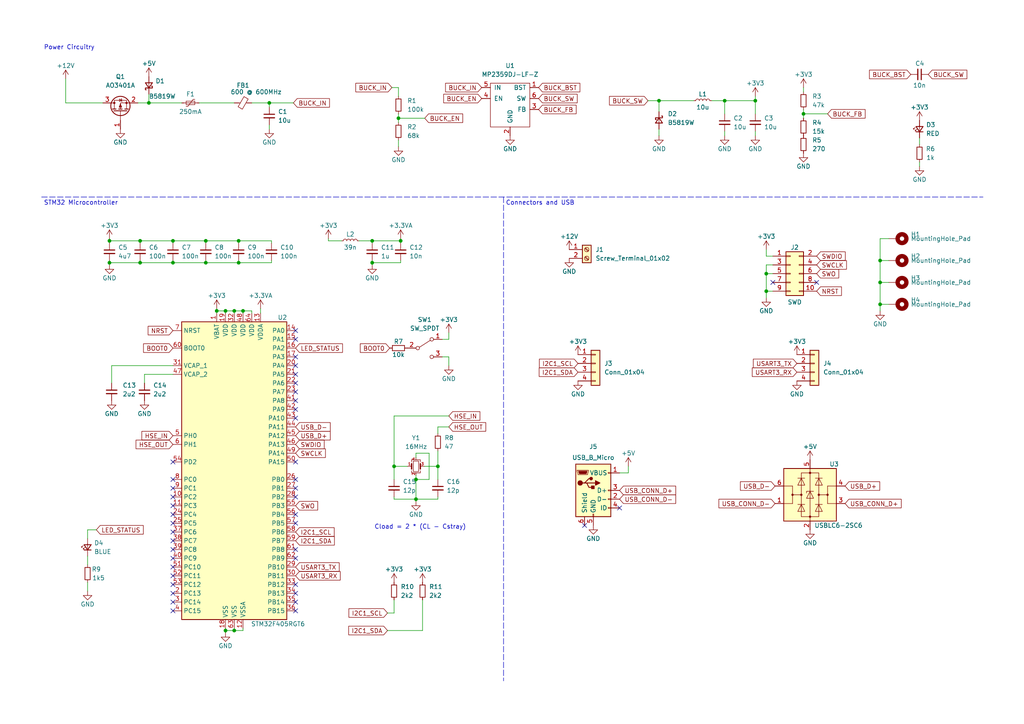
<source format=kicad_sch>
(kicad_sch (version 20211123) (generator eeschema)
  (paper "A4")
  (title_block (title "STM32F4 Test Board") (date "2020-09-25") (rev "2.0") (company "Phil's Lab"))
  (lib_symbols
    (symbol "Connector:Screw_Terminal_01x02" (pin_names (offset 1.016) hide)
      (property "Reference" "J" (at 0 2.54 0))
      (property "Value" "Screw_Terminal_01x02" (at 0 -5.08 0))
      (symbol "Screw_Terminal_01x02_1_1"
        (pin passive line (at -5.08 0 0) (length 3.81) (name "Pin_1") (number "1"))
        (pin passive line (at -5.08 -2.54 0) (length 3.81) (name "Pin_2") (number "2"))
      )
    )
    (symbol "Connector_Generic:Conn_01x04" (pin_names (offset 1.016) hide)
      (property "Reference" "J" (at 0 5.08 0))
      (property "Value" "Conn_01x04" (at 0 -7.62 0))
      (symbol "Conn_01x04_1_1"
        (pin passive line (at -5.08 2.54 0) (length 3.81) (name "Pin_1") (number "1"))
        (pin passive line (at -5.08 0 0) (length 3.81) (name "Pin_2") (number "2"))
        (pin passive line (at -5.08 -2.54 0) (length 3.81) (name "Pin_3") (number "3"))
        (pin passive line (at -5.08 -5.08 0) (length 3.81) (name "Pin_4") (number "4"))
      )
    )
    (symbol "Connector_Generic:Conn_02x05_Odd_Even" (pin_names (offset 1.016) hide)
      (property "Reference" "J" (at 1.27 7.62 0))
      (property "Value" "Conn_02x05_Odd_Even" (at 1.27 -7.62 0))
      (symbol "Conn_02x05_Odd_Even_1_1"
        (pin passive line (at -5.08 5.08 0) (length 3.81) (name "Pin_1") (number "1"))
        (pin passive line (at 7.62 -5.08 180) (length 3.81) (name "Pin_10") (number "10"))
        (pin passive line (at 7.62 5.08 180) (length 3.81) (name "Pin_2") (number "2"))
        (pin passive line (at -5.08 2.54 0) (length 3.81) (name "Pin_3") (number "3"))
        (pin passive line (at 7.62 2.54 180) (length 3.81) (name "Pin_4") (number "4"))
        (pin passive line (at -5.08 0 0) (length 3.81) (name "Pin_5") (number "5"))
        (pin passive line (at 7.62 0 180) (length 3.81) (name "Pin_6") (number "6"))
        (pin passive line (at -5.08 -2.54 0) (length 3.81) (name "Pin_7") (number "7"))
        (pin passive line (at 7.62 -2.54 180) (length 3.81) (name "Pin_8") (number "8"))
        (pin passive line (at -5.08 -5.08 0) (length 3.81) (name "Pin_9") (number "9"))
      )
    )
    (symbol "Device:C_Small" (pin_numbers hide) (pin_names (offset 0.254) hide)
      (property "Reference" "C" (at 0.254 1.778 0))
      (property "Value" "C_Small" (at 0.254 -2.032 0))
      (symbol "C_Small_1_1"
        (pin passive line (at 0 2.54 270) (length 2.032) (name "~") (number "1"))
        (pin passive line (at 0 -2.54 90) (length 2.032) (name "~") (number "2"))
      )
    )
    (symbol "Device:Crystal_GND24_Small" (pin_names (offset 1.016) hide)
      (property "Reference" "Y" (at 1.27 4.445 0))
      (property "Value" "Crystal_GND24_Small" (at 1.27 2.54 0))
      (symbol "Crystal_GND24_Small_1_1"
        (pin passive line (at -2.54 0 0) (length 1.27) (name "1") (number "1"))
        (pin passive line (at 0 -2.54 90) (length 0.635) (name "2") (number "2"))
        (pin passive line (at 2.54 0 180) (length 1.27) (name "3") (number "3"))
        (pin passive line (at 0 2.54 270) (length 0.635) (name "4") (number "4"))
      )
    )
    (symbol "Device:D_Schottky_Small" (pin_numbers hide) (pin_names (offset 0.254) hide)
      (property "Reference" "D" (at -1.27 2.032 0))
      (property "Value" "D_Schottky_Small" (at -7.112 -2.032 0))
      (symbol "D_Schottky_Small_1_1"
        (pin passive line (at -2.54 0 0) (length 1.778) (name "K") (number "1"))
        (pin passive line (at 2.54 0 180) (length 1.778) (name "A") (number "2"))
      )
    )
    (symbol "Device:LED_Small" (pin_numbers hide) (pin_names (offset 0.254) hide)
      (property "Reference" "D" (at -1.27 3.175 0))
      (property "Value" "LED_Small" (at -4.445 -2.54 0))
      (symbol "LED_Small_1_1"
        (pin passive line (at -2.54 0 0) (length 1.778) (name "K") (number "1"))
        (pin passive line (at 2.54 0 180) (length 1.778) (name "A") (number "2"))
      )
    )
    (symbol "Device:L_Small" (pin_numbers hide) (pin_names (offset 0.254) hide)
      (property "Reference" "L" (at 0.762 1.016 0))
      (property "Value" "L_Small" (at 0.762 -1.016 0))
      (symbol "L_Small_1_1"
        (pin passive line (at 0 2.54 270) (length 0.508) (name "~") (number "1"))
        (pin passive line (at 0 -2.54 90) (length 0.508) (name "~") (number "2"))
      )
    )
    (symbol "Device:Polyfuse_Small" (pin_numbers hide) (pin_names (offset 0))
      (property "Reference" "F" (at -1.905 0 90))
      (property "Value" "Polyfuse_Small" (at 1.905 0 90))
      (symbol "Polyfuse_Small_1_1"
        (pin passive line (at 0 2.54 270) (length 0.635) (name "~") (number "1"))
        (pin passive line (at 0 -2.54 90) (length 0.635) (name "~") (number "2"))
      )
    )
    (symbol "Device:R_Small" (pin_numbers hide) (pin_names (offset 0.254) hide)
      (property "Reference" "R" (at 0.762 0.508 0))
      (property "Value" "R_Small" (at 0.762 -1.016 0))
      (symbol "R_Small_1_1"
        (pin passive line (at 0 2.54 270) (length 0.762) (name "~") (number "1"))
        (pin passive line (at 0 -2.54 90) (length 0.762) (name "~") (number "2"))
      )
    )
    (symbol "MCU_ST_STM32F4:STM32F405RGTx"
      (property "Reference" "U" (at -15.24 44.45 0))
      (property "Value" "STM32F405RGTx" (at 10.16 44.45 0))
      (symbol "STM32F405RGTx_1_1"
        (pin power_in line (at -5.08 45.72 270) (length 2.54) (name "VBAT") (number "1"))
        (pin bidirectional line (at -17.78 -7.62 0) (length 2.54) (name "PC2") (number "10"))
        (pin bidirectional line (at -17.78 -10.16 0) (length 2.54) (name "PC3") (number "11"))
        (pin power_in line (at 2.54 -45.72 90) (length 2.54) (name "VSSA") (number "12"))
        (pin power_in line (at 7.62 45.72 270) (length 2.54) (name "VDDA") (number "13"))
        (pin bidirectional line (at 17.78 40.64 180) (length 2.54) (name "PA0") (number "14"))
        (pin bidirectional line (at 17.78 38.1 180) (length 2.54) (name "PA1") (number "15"))
        (pin bidirectional line (at 17.78 35.56 180) (length 2.54) (name "PA2") (number "16"))
        (pin bidirectional line (at 17.78 33.02 180) (length 2.54) (name "PA3") (number "17"))
        (pin power_in line (at -2.54 -45.72 90) (length 2.54) (name "VSS") (number "18"))
        (pin power_in line (at -2.54 45.72 270) (length 2.54) (name "VDD") (number "19"))
        (pin bidirectional line (at -17.78 -35.56 0) (length 2.54) (name "PC13") (number "2"))
        (pin bidirectional line (at 17.78 30.48 180) (length 2.54) (name "PA4") (number "20"))
        (pin bidirectional line (at 17.78 27.94 180) (length 2.54) (name "PA5") (number "21"))
        (pin bidirectional line (at 17.78 25.4 180) (length 2.54) (name "PA6") (number "22"))
        (pin bidirectional line (at 17.78 22.86 180) (length 2.54) (name "PA7") (number "23"))
        (pin bidirectional line (at -17.78 -12.7 0) (length 2.54) (name "PC4") (number "24"))
        (pin bidirectional line (at -17.78 -15.24 0) (length 2.54) (name "PC5") (number "25"))
        (pin bidirectional line (at 17.78 -2.54 180) (length 2.54) (name "PB0") (number "26"))
        (pin bidirectional line (at 17.78 -5.08 180) (length 2.54) (name "PB1") (number "27"))
        (pin bidirectional line (at 17.78 -7.62 180) (length 2.54) (name "PB2") (number "28"))
        (pin bidirectional line (at 17.78 -27.94 180) (length 2.54) (name "PB10") (number "29"))
        (pin bidirectional line (at -17.78 -38.1 0) (length 2.54) (name "PC14") (number "3"))
        (pin bidirectional line (at 17.78 -30.48 180) (length 2.54) (name "PB11") (number "30"))
        (pin power_in line (at -17.78 30.48 0) (length 2.54) (name "VCAP_1") (number "31"))
        (pin power_in line (at 0 45.72 270) (length 2.54) (name "VDD") (number "32"))
        (pin bidirectional line (at 17.78 -33.02 180) (length 2.54) (name "PB12") (number "33"))
        (pin bidirectional line (at 17.78 -35.56 180) (length 2.54) (name "PB13") (number "34"))
        (pin bidirectional line (at 17.78 -38.1 180) (length 2.54) (name "PB14") (number "35"))
        (pin bidirectional line (at 17.78 -40.64 180) (length 2.54) (name "PB15") (number "36"))
        (pin bidirectional line (at -17.78 -17.78 0) (length 2.54) (name "PC6") (number "37"))
        (pin bidirectional line (at -17.78 -20.32 0) (length 2.54) (name "PC7") (number "38"))
        (pin bidirectional line (at -17.78 -22.86 0) (length 2.54) (name "PC8") (number "39"))
        (pin bidirectional line (at -17.78 -40.64 0) (length 2.54) (name "PC15") (number "4"))
        (pin bidirectional line (at -17.78 -25.4 0) (length 2.54) (name "PC9") (number "40"))
        (pin bidirectional line (at 17.78 20.32 180) (length 2.54) (name "PA8") (number "41"))
        (pin bidirectional line (at 17.78 17.78 180) (length 2.54) (name "PA9") (number "42"))
        (pin bidirectional line (at 17.78 15.24 180) (length 2.54) (name "PA10") (number "43"))
        (pin bidirectional line (at 17.78 12.7 180) (length 2.54) (name "PA11") (number "44"))
        (pin bidirectional line (at 17.78 10.16 180) (length 2.54) (name "PA12") (number "45"))
        (pin bidirectional line (at 17.78 7.62 180) (length 2.54) (name "PA13") (number "46"))
        (pin power_in line (at -17.78 27.94 0) (length 2.54) (name "VCAP_2") (number "47"))
        (pin power_in line (at 2.54 45.72 270) (length 2.54) (name "VDD") (number "48"))
        (pin bidirectional line (at 17.78 5.08 180) (length 2.54) (name "PA14") (number "49"))
        (pin input line (at -17.78 10.16 0) (length 2.54) (name "PH0") (number "5"))
        (pin bidirectional line (at 17.78 2.54 180) (length 2.54) (name "PA15") (number "50"))
        (pin bidirectional line (at -17.78 -27.94 0) (length 2.54) (name "PC10") (number "51"))
        (pin bidirectional line (at -17.78 -30.48 0) (length 2.54) (name "PC11") (number "52"))
        (pin bidirectional line (at -17.78 -33.02 0) (length 2.54) (name "PC12") (number "53"))
        (pin bidirectional line (at -17.78 2.54 0) (length 2.54) (name "PD2") (number "54"))
        (pin bidirectional line (at 17.78 -10.16 180) (length 2.54) (name "PB3") (number "55"))
        (pin bidirectional line (at 17.78 -12.7 180) (length 2.54) (name "PB4") (number "56"))
        (pin bidirectional line (at 17.78 -15.24 180) (length 2.54) (name "PB5") (number "57"))
        (pin bidirectional line (at 17.78 -17.78 180) (length 2.54) (name "PB6") (number "58"))
        (pin bidirectional line (at 17.78 -20.32 180) (length 2.54) (name "PB7") (number "59"))
        (pin input line (at -17.78 7.62 0) (length 2.54) (name "PH1") (number "6"))
        (pin input line (at -17.78 35.56 0) (length 2.54) (name "BOOT0") (number "60"))
        (pin bidirectional line (at 17.78 -22.86 180) (length 2.54) (name "PB8") (number "61"))
        (pin bidirectional line (at 17.78 -25.4 180) (length 2.54) (name "PB9") (number "62"))
        (pin power_in line (at 0 -45.72 90) (length 2.54) (name "VSS") (number "63"))
        (pin power_in line (at 5.08 45.72 270) (length 2.54) (name "VDD") (number "64"))
        (pin input line (at -17.78 40.64 0) (length 2.54) (name "NRST") (number "7"))
        (pin bidirectional line (at -17.78 -2.54 0) (length 2.54) (name "PC0") (number "8"))
        (pin bidirectional line (at -17.78 -5.08 0) (length 2.54) (name "PC1") (number "9"))
      )
    )
    (symbol "Mechanical:MountingHole_Pad" (pin_numbers hide) (pin_names (offset 1.016) hide)
      (property "Reference" "H" (at 0 6.35 0))
      (property "Value" "MountingHole_Pad" (at 0 4.445 0))
      (symbol "MountingHole_Pad_1_1"
        (pin input line (at 0 -2.54 90) (length 2.54) (name "1") (number "1"))
      )
    )
    (symbol "STM32F4_REV2-rescue:+3.3V-power" (power) (pin_names (offset 0))
      (property "Value" "+3.3V-power" (at 0 3.556 0))
      (symbol "+3.3V-power_1_1"
        (pin power_in line (at 0 0 90) (length 0) hide (name "+3V3") (number "1"))
      )
    )
    (symbol "STM32F4_REV2-rescue:Ferrite_Bead_Small-Device" (pin_numbers hide) (pin_names (offset 0))
      (property "Reference" "FB" (at 1.905 1.27 0))
      (property "Value" "Ferrite_Bead_Small-Device" (at 1.905 -1.27 0))
      (symbol "Ferrite_Bead_Small-Device_1_1"
        (pin passive line (at 0 2.54 270) (length 1.27) (name "~") (number "1"))
        (pin passive line (at 0 -2.54 90) (length 1.27) (name "~") (number "2"))
      )
    )
    (symbol "STM32F4_REV2-rescue:MP2359DJ-LF-Z-SchmillipKiCADLibrary" (pin_names (offset 1.016))
      (property "Reference" "U" (at 0 9.525 0))
      (property "Value" "MP2359DJ-LF-Z-SchmillipKiCADLibrary" (at 10.16 -6.35 0))
      (symbol "MP2359DJ-LF-Z-SchmillipKiCADLibrary_1_1"
        (pin input line (at 8.255 6.35 180) (length 2.54) (name "BST") (number "1"))
        (pin power_in line (at 0 -7.62 90) (length 2.54) (name "GND") (number "2"))
        (pin input line (at 8.255 0 180) (length 2.54) (name "FB") (number "3"))
        (pin input line (at -8.255 3.175 0) (length 2.54) (name "EN") (number "4"))
        (pin power_in line (at -8.255 6.35 0) (length 2.54) (name "IN") (number "5"))
        (pin power_out line (at 8.255 3.175 180) (length 2.54) (name "SW") (number "6"))
      )
    )
    (symbol "STM32F4_REV2-rescue:USBLC6-2SC6-Power_Protection" (pin_names hide)
      (property "Reference" "U" (at 2.54 8.89 0))
      (property "Value" "USBLC6-2SC6-Power_Protection" (at 2.54 -8.89 0))
      (symbol "USBLC6-2SC6-Power_Protection_1_1"
        (pin passive line (at -10.16 -2.54 0) (length 2.54) (name "I/O1") (number "1"))
        (pin passive line (at 0 -10.16 90) (length 2.54) (name "GND") (number "2"))
        (pin passive line (at 10.16 -2.54 180) (length 2.54) (name "I/O2") (number "3"))
        (pin passive line (at 10.16 2.54 180) (length 2.54) (name "I/O2") (number "4"))
        (pin passive line (at 0 10.16 270) (length 2.54) (name "VBUS") (number "5"))
        (pin passive line (at -10.16 2.54 0) (length 2.54) (name "I/O1") (number "6"))
      )
    )
    (symbol "STM32F4_REV2-rescue:USB_B_Micro-Connector" (pin_names (offset 1.016))
      (property "Reference" "J" (at -5.08 11.43 0))
      (property "Value" "USB_B_Micro-Connector" (at -5.08 8.89 0))
      (symbol "USB_B_Micro-Connector_1_1"
        (pin power_out line (at 7.62 5.08 180) (length 2.54) (name "VBUS") (number "1"))
        (pin passive line (at 7.62 -2.54 180) (length 2.54) (name "D-") (number "2"))
        (pin passive line (at 7.62 0 180) (length 2.54) (name "D+") (number "3"))
        (pin passive line (at 7.62 -5.08 180) (length 2.54) (name "ID") (number "4"))
        (pin power_out line (at 0 -10.16 90) (length 2.54) (name "GND") (number "5"))
        (pin passive line (at -2.54 -10.16 90) (length 2.54) (name "Shield") (number "6"))
      )
    )
    (symbol "Switch:SW_SPDT" (pin_names (offset 0) hide)
      (property "Reference" "SW" (at 0 4.318 0))
      (property "Value" "SW_SPDT" (at 0 -5.08 0))
      (symbol "SW_SPDT_1_1"
        (pin passive line (at 5.08 2.54 180) (length 2.54) (name "A") (number "1"))
        (pin passive line (at -5.08 0 0) (length 2.54) (name "B") (number "2"))
        (pin passive line (at 5.08 -2.54 180) (length 2.54) (name "C") (number "3"))
      )
    )
    (symbol "Transistor_FET:AO3401A" (pin_names hide)
      (property "Reference" "Q" (at 5.08 1.905 0))
      (property "Value" "AO3401A" (at 5.08 0 0))
      (symbol "AO3401A_1_1"
        (pin input line (at -5.08 0 0) (length 2.54) (name "G") (number "1"))
        (pin passive line (at 2.54 -5.08 90) (length 2.54) (name "S") (number "2"))
        (pin passive line (at 2.54 5.08 270) (length 2.54) (name "D") (number "3"))
      )
    )
    (symbol "power:+12V" (power) (pin_names (offset 0))
      (property "Value" "+12V" (at 0 3.556 0))
      (symbol "+12V_1_1"
        (pin power_in line (at 0 0 90) (length 0) hide (name "+12V") (number "1"))
      )
    )
    (symbol "power:+3.3VA" (power) (pin_names (offset 0))
      (property "Value" "+3.3VA" (at 0 3.556 0))
      (symbol "+3.3VA_1_1"
        (pin power_in line (at 0 0 90) (length 0) hide (name "+3.3VA") (number "1"))
      )
    )
    (symbol "power:+5V" (power) (pin_names (offset 0))
      (property "Value" "+5V" (at 0 3.556 0))
      (symbol "+5V_1_1"
        (pin power_in line (at 0 0 90) (length 0) hide (name "+5V") (number "1"))
      )
    )
    (symbol "power:GND" (power) (pin_names (offset 0))
      (property "Value" "GND" (at 0 -3.81 0))
      (symbol "GND_1_1"
        (pin power_in line (at 0 0 270) (length 0) hide (name "GND") (number "1"))
      )
    )
  )
  (junction (at 69.215 76.2))
  (junction (at 222.25 84.455))
  (junction (at 78.105 29.845))
  (junction (at 50.165 69.85))
  (junction (at 65.405 90.17))
  (junction (at 114.3 135.255))
  (junction (at 107.95 69.85))
  (junction (at 210.185 29.21))
  (junction (at 127 135.255))
  (junction (at 67.945 182.88))
  (junction (at 116.205 69.85))
  (junction (at 120.65 139.065))
  (junction (at 191.135 29.21))
  (junction (at 59.69 76.2))
  (junction (at 59.69 69.85))
  (junction (at 65.405 182.88))
  (junction (at 255.27 75.565))
  (junction (at 50.165 76.2))
  (junction (at 70.485 90.17))
  (junction (at 222.25 79.375))
  (junction (at 255.27 88.265))
  (junction (at 31.75 69.85))
  (junction (at 69.215 69.85))
  (junction (at 120.65 144.78))
  (junction (at 67.945 90.17))
  (junction (at 43.18 29.845))
  (junction (at 107.95 76.2))
  (junction (at 40.64 76.2))
  (junction (at 115.57 34.29))
  (junction (at 40.64 69.85))
  (junction (at 233.045 33.02))
  (junction (at 255.27 81.915))
  (junction (at 31.75 76.2))
  (junction (at 62.865 90.17))
  (junction (at 219.075 29.21))
  (no_connect (at 85.725 118.745))
  (no_connect (at 50.165 172.085))
  (no_connect (at 50.165 164.465))
  (no_connect (at 85.725 121.285))
  (no_connect (at 50.165 146.685))
  (no_connect (at 85.725 106.045))
  (no_connect (at 85.725 159.385))
  (no_connect (at 85.725 151.765))
  (no_connect (at 50.165 141.605))
  (no_connect (at 179.705 147.32))
  (no_connect (at 85.725 141.605))
  (no_connect (at 50.165 174.625))
  (no_connect (at 50.165 149.225))
  (no_connect (at 50.165 144.145))
  (no_connect (at 50.165 133.985))
  (no_connect (at 50.165 161.925))
  (no_connect (at 236.855 81.915))
  (no_connect (at 85.725 108.585))
  (no_connect (at 85.725 169.545))
  (no_connect (at 85.725 111.125))
  (no_connect (at 85.725 174.625))
  (no_connect (at 50.165 139.065))
  (no_connect (at 85.725 113.665))
  (no_connect (at 85.725 161.925))
  (no_connect (at 50.165 154.305))
  (no_connect (at 50.165 167.005))
  (no_connect (at 85.725 103.505))
  (no_connect (at 50.165 169.545))
  (no_connect (at 85.725 98.425))
  (no_connect (at 50.165 156.845))
  (no_connect (at 50.165 159.385))
  (no_connect (at 85.725 144.145))
  (no_connect (at 50.165 151.765))
  (no_connect (at 85.725 177.165))
  (no_connect (at 85.725 95.885))
  (no_connect (at 85.725 133.985))
  (no_connect (at 85.725 172.085))
  (no_connect (at 85.725 116.205))
  (no_connect (at 169.545 152.4))
  (no_connect (at 85.725 139.065))
  (no_connect (at 85.725 149.225))
  (no_connect (at 224.155 81.915))
  (no_connect (at 50.165 177.165))
  (wire (pts (xy 50.165 75.565) (xy 50.165 76.2)))
  (wire (pts (xy 222.25 74.295) (xy 224.155 74.295)))
  (wire (pts (xy 182.245 137.16) (xy 182.245 135.255)))
  (wire (pts (xy 32.385 111.125) (xy 32.385 106.045)))
  (wire (pts (xy 222.25 72.39) (xy 222.25 74.295)))
  (wire (pts (xy 65.405 90.805) (xy 65.405 90.17)))
  (wire (pts (xy 114.3 135.255) (xy 118.11 135.255)))
  (wire (pts (xy 67.945 182.88) (xy 70.485 182.88)))
  (wire (pts (xy 224.155 76.835) (xy 222.25 76.835)))
  (wire (pts (xy 127 130.81) (xy 127 135.255)))
  (wire (pts (xy 116.205 69.215) (xy 116.205 69.85)))
  (wire (pts (xy 78.74 69.85) (xy 78.74 70.485)))
  (wire (pts (xy 43.18 27.305) (xy 43.18 29.845)))
  (wire (pts (xy 114.3 120.65) (xy 130.175 120.65)))
  (wire (pts (xy 127 139.065) (xy 127 135.255)))
  (wire (pts (xy 65.405 182.88) (xy 67.945 182.88)))
  (wire (pts (xy 59.69 69.85) (xy 69.215 69.85)))
  (wire (pts (xy 73.025 90.17) (xy 73.025 90.805)))
  (wire (pts (xy 255.27 69.215) (xy 257.81 69.215)))
  (wire (pts (xy 127 144.78) (xy 127 144.145)))
  (wire (pts (xy 124.46 131.445) (xy 124.46 139.065)))
  (wire (pts (xy 191.135 29.21) (xy 187.96 29.21)))
  (wire (pts (xy 219.075 29.21) (xy 210.185 29.21)))
  (wire (pts (xy 210.185 29.21) (xy 206.375 29.21)))
  (wire (pts (xy 31.75 76.2) (xy 31.75 75.565)))
  (wire (pts (xy 69.215 69.85) (xy 78.74 69.85)))
  (wire (pts (xy 114.3 120.65) (xy 114.3 135.255)))
  (wire (pts (xy 69.215 75.565) (xy 69.215 76.2)))
  (wire (pts (xy 120.65 144.78) (xy 127 144.78)))
  (wire (pts (xy 75.565 89.535) (xy 75.565 90.805)))
  (wire (pts (xy 62.865 90.17) (xy 65.405 90.17)))
  (wire (pts (xy 70.485 182.88) (xy 70.485 182.245)))
  (wire (pts (xy 70.485 90.805) (xy 70.485 90.17)))
  (wire (pts (xy 114.3 177.8) (xy 114.3 173.99)))
  (wire (pts (xy 128.27 98.425) (xy 130.175 98.425)))
  (wire (pts (xy 123.19 34.29) (xy 115.57 34.29)))
  (polyline (pts (xy 12.065 57.15) (xy 285.115 57.15)))
  (wire (pts (xy 107.95 69.85) (xy 104.14 69.85)))
  (wire (pts (xy 70.485 90.17) (xy 73.025 90.17)))
  (wire (pts (xy 255.27 81.915) (xy 255.27 75.565)))
  (wire (pts (xy 210.185 33.02) (xy 210.185 29.21)))
  (wire (pts (xy 130.175 106.045) (xy 130.175 103.505)))
  (wire (pts (xy 59.69 75.565) (xy 59.69 76.2)))
  (wire (pts (xy 40.005 29.845) (xy 43.18 29.845)))
  (wire (pts (xy 25.4 153.67) (xy 25.4 156.21)))
  (wire (pts (xy 95.25 69.215) (xy 95.25 69.85)))
  (wire (pts (xy 179.705 137.16) (xy 182.245 137.16)))
  (wire (pts (xy 50.165 69.85) (xy 59.69 69.85)))
  (wire (pts (xy 67.945 90.805) (xy 67.945 90.17)))
  (wire (pts (xy 233.045 33.02) (xy 233.045 34.29)))
  (wire (pts (xy 233.045 26.67) (xy 233.045 25.4)))
  (wire (pts (xy 78.105 29.845) (xy 73.025 29.845)))
  (wire (pts (xy 65.405 183.515) (xy 65.405 182.88)))
  (wire (pts (xy 29.845 29.845) (xy 19.05 29.845)))
  (wire (pts (xy 27.94 153.67) (xy 25.4 153.67)))
  (wire (pts (xy 224.155 84.455) (xy 222.25 84.455)))
  (wire (pts (xy 62.865 89.535) (xy 62.865 90.17)))
  (wire (pts (xy 41.91 108.585) (xy 50.165 108.585)))
  (wire (pts (xy 107.95 76.835) (xy 107.95 76.2)))
  (wire (pts (xy 210.185 39.37) (xy 210.185 38.1)))
  (wire (pts (xy 31.75 69.215) (xy 31.75 69.85)))
  (wire (pts (xy 120.65 137.795) (xy 120.65 139.065)))
  (wire (pts (xy 67.945 90.17) (xy 70.485 90.17)))
  (wire (pts (xy 78.74 76.2) (xy 78.74 75.565)))
  (wire (pts (xy 115.57 35.56) (xy 115.57 34.29)))
  (wire (pts (xy 224.155 79.375) (xy 222.25 79.375)))
  (wire (pts (xy 114.3 139.065) (xy 114.3 135.255)))
  (wire (pts (xy 57.785 29.845) (xy 67.945 29.845)))
  (wire (pts (xy 31.75 76.2) (xy 40.64 76.2)))
  (wire (pts (xy 219.075 33.02) (xy 219.075 29.21)))
  (wire (pts (xy 130.175 98.425) (xy 130.175 96.52)))
  (wire (pts (xy 78.105 31.115) (xy 78.105 29.845)))
  (wire (pts (xy 62.865 90.17) (xy 62.865 90.805)))
  (wire (pts (xy 32.385 106.045) (xy 50.165 106.045)))
  (wire (pts (xy 130.175 123.825) (xy 127 123.825)))
  (wire (pts (xy 31.75 69.85) (xy 40.64 69.85)))
  (wire (pts (xy 257.81 88.265) (xy 255.27 88.265)))
  (wire (pts (xy 67.945 182.245) (xy 67.945 182.88)))
  (wire (pts (xy 257.81 81.915) (xy 255.27 81.915)))
  (wire (pts (xy 124.46 139.065) (xy 120.65 139.065)))
  (wire (pts (xy 107.95 76.2) (xy 116.205 76.2)))
  (wire (pts (xy 120.65 131.445) (xy 124.46 131.445)))
  (wire (pts (xy 120.65 144.78) (xy 114.3 144.78)))
  (wire (pts (xy 116.205 76.2) (xy 116.205 75.565)))
  (wire (pts (xy 41.91 111.125) (xy 41.91 108.585)))
  (wire (pts (xy 40.64 75.565) (xy 40.64 76.2)))
  (wire (pts (xy 255.27 75.565) (xy 255.27 69.215)))
  (wire (pts (xy 40.64 70.485) (xy 40.64 69.85)))
  (wire (pts (xy 201.295 29.21) (xy 191.135 29.21)))
  (wire (pts (xy 40.64 76.2) (xy 50.165 76.2)))
  (wire (pts (xy 219.075 39.37) (xy 219.075 38.1)))
  (wire (pts (xy 122.555 182.88) (xy 122.555 173.99)))
  (wire (pts (xy 120.65 145.415) (xy 120.65 144.78)))
  (wire (pts (xy 266.7 41.91) (xy 266.7 40.005)))
  (wire (pts (xy 69.215 70.485) (xy 69.215 69.85)))
  (wire (pts (xy 114.3 144.78) (xy 114.3 144.145)))
  (wire (pts (xy 95.25 69.85) (xy 99.06 69.85)))
  (wire (pts (xy 65.405 182.88) (xy 65.405 182.245)))
  (wire (pts (xy 107.95 70.485) (xy 107.95 69.85)))
  (wire (pts (xy 59.69 70.485) (xy 59.69 69.85)))
  (wire (pts (xy 19.05 22.86) (xy 19.05 29.845)))
  (wire (pts (xy 191.135 32.385) (xy 191.135 29.21)))
  (wire (pts (xy 266.7 48.26) (xy 266.7 46.99)))
  (wire (pts (xy 78.105 37.465) (xy 78.105 36.195)))
  (wire (pts (xy 255.27 90.17) (xy 255.27 88.265)))
  (wire (pts (xy 113.665 25.4) (xy 115.57 25.4)))
  (wire (pts (xy 255.27 88.265) (xy 255.27 81.915)))
  (wire (pts (xy 31.75 69.85) (xy 31.75 70.485)))
  (wire (pts (xy 25.4 163.83) (xy 25.4 161.29)))
  (wire (pts (xy 127 123.825) (xy 127 125.73)))
  (wire (pts (xy 123.19 135.255) (xy 127 135.255)))
  (wire (pts (xy 52.705 29.845) (xy 43.18 29.845)))
  (wire (pts (xy 115.57 42.545) (xy 115.57 40.64)))
  (wire (pts (xy 222.25 84.455) (xy 222.25 86.36)))
  (wire (pts (xy 25.4 171.45) (xy 25.4 168.91)))
  (wire (pts (xy 116.205 69.85) (xy 107.95 69.85)))
  (wire (pts (xy 191.135 39.37) (xy 191.135 37.465)))
  (polyline (pts (xy 146.05 57.15) (xy 146.05 197.485)))
  (wire (pts (xy 120.65 139.065) (xy 120.65 144.78)))
  (wire (pts (xy 59.69 76.2) (xy 69.215 76.2)))
  (wire (pts (xy 40.64 69.85) (xy 50.165 69.85)))
  (wire (pts (xy 112.395 182.88) (xy 122.555 182.88)))
  (wire (pts (xy 69.215 76.2) (xy 78.74 76.2)))
  (wire (pts (xy 219.075 27.94) (xy 219.075 29.21)))
  (wire (pts (xy 50.165 76.2) (xy 59.69 76.2)))
  (wire (pts (xy 65.405 90.17) (xy 67.945 90.17)))
  (wire (pts (xy 85.09 29.845) (xy 78.105 29.845)))
  (wire (pts (xy 115.57 34.29) (xy 115.57 33.02)))
  (wire (pts (xy 130.175 103.505) (xy 128.27 103.505)))
  (wire (pts (xy 31.75 76.835) (xy 31.75 76.2)))
  (wire (pts (xy 116.205 70.485) (xy 116.205 69.85)))
  (wire (pts (xy 112.395 177.8) (xy 114.3 177.8)))
  (wire (pts (xy 120.65 132.715) (xy 120.65 131.445)))
  (wire (pts (xy 240.03 33.02) (xy 233.045 33.02)))
  (wire (pts (xy 257.81 75.565) (xy 255.27 75.565)))
  (wire (pts (xy 107.95 76.2) (xy 107.95 75.565)))
  (wire (pts (xy 222.25 76.835) (xy 222.25 79.375)))
  (wire (pts (xy 222.25 79.375) (xy 222.25 84.455)))
  (wire (pts (xy 115.57 25.4) (xy 115.57 27.94)))
  (wire (pts (xy 50.165 70.485) (xy 50.165 69.85)))
  (wire (pts (xy 233.045 33.02) (xy 233.045 31.75)))
  (text "Cload = 2 * (CL - Cstray)" (at 108.585 153.67 0) (effects (font (size 1.27 1.27)) (justify left bottom)))
  (text "STM32 Microcontroller" (at 12.7 59.69 0) (effects (font (size 1.27 1.27)) (justify left bottom)))
  (text "Power Circuitry" (at 12.7 14.605 0) (effects (font (size 1.27 1.27)) (justify left bottom)))
  (text "Connectors and USB" (at 146.685 59.69 0) (effects (font (size 1.27 1.27)) (justify left bottom)))
  (global_label "I2C1_SDA" (shape input) (at 167.64 107.95 180) (property "Intersheet References" "${INTERSHEET_REFS}" (effects hide)))
  (global_label "USB_D-" (shape input) (at 224.79 140.97 180) (property "Intersheet References" "${INTERSHEET_REFS}" (effects hide)))
  (global_label "BUCK_IN" (shape input) (at 139.7 25.4 180) (property "Intersheet References" "${INTERSHEET_REFS}" (effects hide)))
  (global_label "USART3_RX" (shape input) (at 85.725 167.005 0) (property "Intersheet References" "${INTERSHEET_REFS}" (effects hide)))
  (global_label "HSE_OUT" (shape input) (at 130.175 123.825 0) (property "Intersheet References" "${INTERSHEET_REFS}" (effects hide)))
  (global_label "BUCK_SW" (shape input) (at 269.24 21.59 0) (property "Intersheet References" "${INTERSHEET_REFS}" (effects hide)))
  (global_label "USB_CONN_D-" (shape input) (at 224.79 146.05 180) (property "Intersheet References" "${INTERSHEET_REFS}" (effects hide)))
  (global_label "USB_CONN_D+" (shape input) (at 245.11 146.05 0) (property "Intersheet References" "${INTERSHEET_REFS}" (effects hide)))
  (global_label "NRST" (shape input) (at 50.165 95.885 180) (property "Intersheet References" "${INTERSHEET_REFS}" (effects hide)))
  (global_label "HSE_OUT" (shape input) (at 50.165 128.905 180) (property "Intersheet References" "${INTERSHEET_REFS}" (effects hide)))
  (global_label "I2C1_SCL" (shape input) (at 167.64 105.41 180) (property "Intersheet References" "${INTERSHEET_REFS}" (effects hide)))
  (global_label "USART3_RX" (shape input) (at 231.14 107.95 180) (property "Intersheet References" "${INTERSHEET_REFS}" (effects hide)))
  (global_label "BOOT0" (shape input) (at 113.03 100.965 180) (property "Intersheet References" "${INTERSHEET_REFS}" (effects hide)))
  (global_label "USB_D-" (shape input) (at 85.725 123.825 0) (property "Intersheet References" "${INTERSHEET_REFS}" (effects hide)))
  (global_label "HSE_IN" (shape input) (at 50.165 126.365 180) (property "Intersheet References" "${INTERSHEET_REFS}" (effects hide)))
  (global_label "SWDIO" (shape input) (at 236.855 74.295 0) (property "Intersheet References" "${INTERSHEET_REFS}" (effects hide)))
  (global_label "I2C1_SCL" (shape input) (at 85.725 154.305 0) (property "Intersheet References" "${INTERSHEET_REFS}" (effects hide)))
  (global_label "BUCK_FB" (shape input) (at 156.21 31.75 0) (property "Intersheet References" "${INTERSHEET_REFS}" (effects hide)))
  (global_label "NRST" (shape input) (at 236.855 84.455 0) (property "Intersheet References" "${INTERSHEET_REFS}" (effects hide)))
  (global_label "BUCK_BST" (shape input) (at 156.21 25.4 0) (property "Intersheet References" "${INTERSHEET_REFS}" (effects hide)))
  (global_label "USB_D+" (shape input) (at 85.725 126.365 0) (property "Intersheet References" "${INTERSHEET_REFS}" (effects hide)))
  (global_label "SWCLK" (shape input) (at 236.855 76.835 0) (property "Intersheet References" "${INTERSHEET_REFS}" (effects hide)))
  (global_label "SWCLK" (shape input) (at 85.725 131.445 0) (property "Intersheet References" "${INTERSHEET_REFS}" (effects hide)))
  (global_label "BUCK_SW" (shape input) (at 187.96 29.21 180) (property "Intersheet References" "${INTERSHEET_REFS}" (effects hide)))
  (global_label "BUCK_SW" (shape input) (at 156.21 28.575 0) (property "Intersheet References" "${INTERSHEET_REFS}" (effects hide)))
  (global_label "LED_STATUS" (shape input) (at 27.94 153.67 0) (property "Intersheet References" "${INTERSHEET_REFS}" (effects hide)))
  (global_label "BOOT0" (shape input) (at 50.165 100.965 180) (property "Intersheet References" "${INTERSHEET_REFS}" (effects hide)))
  (global_label "USB_D+" (shape input) (at 245.11 140.97 0) (property "Intersheet References" "${INTERSHEET_REFS}" (effects hide)))
  (global_label "BUCK_BST" (shape input) (at 264.16 21.59 180) (property "Intersheet References" "${INTERSHEET_REFS}" (effects hide)))
  (global_label "SWDIO" (shape input) (at 85.725 128.905 0) (property "Intersheet References" "${INTERSHEET_REFS}" (effects hide)))
  (global_label "BUCK_IN" (shape input) (at 85.09 29.845 0) (property "Intersheet References" "${INTERSHEET_REFS}" (effects hide)))
  (global_label "USART3_TX" (shape input) (at 231.14 105.41 180) (property "Intersheet References" "${INTERSHEET_REFS}" (effects hide)))
  (global_label "BUCK_EN" (shape input) (at 139.7 28.575 180) (property "Intersheet References" "${INTERSHEET_REFS}" (effects hide)))
  (global_label "HSE_IN" (shape input) (at 130.175 120.65 0) (property "Intersheet References" "${INTERSHEET_REFS}" (effects hide)))
  (global_label "SWO" (shape input) (at 85.725 146.685 0) (property "Intersheet References" "${INTERSHEET_REFS}" (effects hide)))
  (global_label "BUCK_IN" (shape input) (at 113.665 25.4 180) (property "Intersheet References" "${INTERSHEET_REFS}" (effects hide)))
  (global_label "I2C1_SCL" (shape input) (at 112.395 177.8 180) (property "Intersheet References" "${INTERSHEET_REFS}" (effects hide)))
  (global_label "USART3_TX" (shape input) (at 85.725 164.465 0) (property "Intersheet References" "${INTERSHEET_REFS}" (effects hide)))
  (global_label "BUCK_FB" (shape input) (at 240.03 33.02 0) (property "Intersheet References" "${INTERSHEET_REFS}" (effects hide)))
  (global_label "BUCK_EN" (shape input) (at 123.19 34.29 0) (property "Intersheet References" "${INTERSHEET_REFS}" (effects hide)))
  (global_label "SWO" (shape input) (at 236.855 79.375 0) (property "Intersheet References" "${INTERSHEET_REFS}" (effects hide)))
  (global_label "I2C1_SDA" (shape input) (at 85.725 156.845 0) (property "Intersheet References" "${INTERSHEET_REFS}" (effects hide)))
  (global_label "I2C1_SDA" (shape input) (at 112.395 182.88 180) (property "Intersheet References" "${INTERSHEET_REFS}" (effects hide)))
  (global_label "USB_CONN_D+" (shape input) (at 179.705 142.24 0) (property "Intersheet References" "${INTERSHEET_REFS}" (effects hide)))
  (global_label "LED_STATUS" (shape input) (at 85.725 100.965 0) (property "Intersheet References" "${INTERSHEET_REFS}" (effects hide)))
  (global_label "USB_CONN_D-" (shape input) (at 179.705 144.78 0) (property "Intersheet References" "${INTERSHEET_REFS}" (effects hide)))
  (symbol (lib_id "MCU_ST_STM32F4:STM32F405RGTx") (at 67.945 136.525 0) (unit 1)
    (property "Reference" "U2" (at 81.915 92.075 0))
    (property "Value" "STM32F405RGT6" (at 80.645 180.975 0))
    (property "Footprint" "Package_QFP:LQFP-64_10x10mm_P0.5mm" (effects hide))
    (property "Datasheet" "http://www.st.com/st-web-ui/static/active/en/resource/technical/document/datasheet/DM00037051.pdf" (effects hide))
    (property "LCSC Part #" "C15742" (effects hide))
  )
  (symbol (lib_id "power:GND") (at 65.405 183.515 0) (unit 1)
    (property "Reference" "#PWR042" (effects hide))
    (property "Value" "GND" (at 65.405 187.325 0))
  )
  (symbol (lib_id "STM32F4_REV2-rescue:+3.3V-power") (at 62.865 89.535 0) (unit 1)
    (property "Reference" "#PWR024" (effects hide))
    (property "Value" "+3.3V" (at 62.865 85.725 0))
  )
  (symbol (lib_id "power:+3.3VA") (at 75.565 89.535 0) (unit 1)
    (property "Reference" "#PWR025" (effects hide))
    (property "Value" "+3.3VA" (at 75.565 85.725 0))
  )
  (symbol (lib_id "Device:C_Small") (at 41.91 113.665 0) (unit 1)
    (property "Reference" "C14" (at 44.45 111.76 0) (effects (justify left)))
    (property "Value" "2u2" (at 44.45 114.3 0) (effects (justify left)))
    (property "Footprint" "Capacitor_SMD:C_0603_1608Metric" (effects hide))
    (property "LCSC Part #" "C23630" (effects hide))
  )
  (symbol (lib_id "Device:C_Small") (at 32.385 113.665 0) (unit 1)
    (property "Reference" "C13" (at 35.56 111.76 0) (effects (justify left)))
    (property "Value" "2u2" (at 35.56 114.3 0) (effects (justify left)))
    (property "Footprint" "Capacitor_SMD:C_0603_1608Metric" (effects hide))
    (property "LCSC Part #" "C23630" (effects hide))
  )
  (symbol (lib_id "power:GND") (at 41.91 116.205 0) (unit 1)
    (property "Reference" "#PWR033" (effects hide))
    (property "Value" "GND" (at 41.91 120.015 0))
  )
  (symbol (lib_id "power:GND") (at 32.385 116.205 0) (unit 1)
    (property "Reference" "#PWR032" (effects hide))
    (property "Value" "GND" (at 32.385 120.015 0))
  )
  (symbol (lib_id "Switch:SW_SPDT") (at 123.19 100.965 0) (unit 1)
    (property "Reference" "SW1" (at 123.19 92.71 0))
    (property "Value" "SW_SPDT" (at 123.19 95.25 0))
    (property "Footprint" "Button_Switch_SMD:SW_SPDT_PCM12" (effects hide))
  )
  (symbol (lib_id "Device:R_Small") (at 115.57 100.965 270) (unit 1)
    (property "Reference" "R7" (at 115.57 99.06 90))
    (property "Value" "10k" (at 115.57 102.87 90))
    (property "Footprint" "Resistor_SMD:R_0402_1005Metric" (effects hide))
    (property "LCSC Part #" "C25744" (effects hide))
  )
  (symbol (lib_id "STM32F4_REV2-rescue:+3.3V-power") (at 130.175 96.52 0) (unit 1)
    (property "Reference" "#PWR026" (effects hide))
    (property "Value" "+3.3V" (at 130.175 92.71 0))
  )
  (symbol (lib_id "power:GND") (at 130.175 106.045 0) (unit 1)
    (property "Reference" "#PWR029" (effects hide))
    (property "Value" "GND" (at 130.175 109.855 0))
  )
  (symbol (lib_id "Device:C_Small") (at 31.75 73.025 0) (unit 1)
    (property "Reference" "C5" (at 34.29 71.755 0) (effects (justify left)))
    (property "Value" "4u7" (at 34.29 74.295 0) (effects (justify left)))
    (property "Footprint" "Capacitor_SMD:C_0603_1608Metric" (effects hide))
    (property "LCSC Part #" "C19666" (effects hide))
  )
  (symbol (lib_id "Device:C_Small") (at 40.64 73.025 0) (unit 1)
    (property "Reference" "C6" (at 43.18 71.755 0) (effects (justify left)))
    (property "Value" "100n" (at 43.18 74.295 0) (effects (justify left)))
    (property "Footprint" "Capacitor_SMD:C_0402_1005Metric" (effects hide))
    (property "LCSC Part #" "C1525" (effects hide))
  )
  (symbol (lib_id "Device:C_Small") (at 50.165 73.025 0) (unit 1)
    (property "Reference" "C7" (at 52.705 71.755 0) (effects (justify left)))
    (property "Value" "100n" (at 52.705 74.295 0) (effects (justify left)))
    (property "Footprint" "Capacitor_SMD:C_0402_1005Metric" (effects hide))
    (property "LCSC Part #" "C1525" (effects hide))
  )
  (symbol (lib_id "Device:C_Small") (at 59.69 73.025 0) (unit 1)
    (property "Reference" "C8" (at 62.23 71.755 0) (effects (justify left)))
    (property "Value" "100n" (at 62.23 74.295 0) (effects (justify left)))
    (property "Footprint" "Capacitor_SMD:C_0402_1005Metric" (effects hide))
    (property "LCSC Part #" "C1525" (effects hide))
  )
  (symbol (lib_id "Device:C_Small") (at 69.215 73.025 0) (unit 1)
    (property "Reference" "C9" (at 71.755 71.755 0) (effects (justify left)))
    (property "Value" "100n" (at 71.755 74.295 0) (effects (justify left)))
    (property "Footprint" "Capacitor_SMD:C_0402_1005Metric" (effects hide))
    (property "LCSC Part #" "C1525" (effects hide))
  )
  (symbol (lib_id "Device:C_Small") (at 78.74 73.025 0) (unit 1)
    (property "Reference" "C10" (at 81.28 71.755 0) (effects (justify left)))
    (property "Value" "100n" (at 81.28 74.295 0) (effects (justify left)))
    (property "Footprint" "Capacitor_SMD:C_0402_1005Metric" (effects hide))
    (property "LCSC Part #" "C1525" (effects hide))
  )
  (symbol (lib_id "STM32F4_REV2-rescue:+3.3V-power") (at 31.75 69.215 0) (unit 1)
    (property "Reference" "#PWR015" (effects hide))
    (property "Value" "+3.3V" (at 31.75 65.405 0))
  )
  (symbol (lib_id "power:GND") (at 31.75 76.835 0) (unit 1)
    (property "Reference" "#PWR021" (effects hide))
    (property "Value" "GND" (at 31.75 80.645 0))
  )
  (symbol (lib_id "Device:L_Small") (at 101.6 69.85 90) (unit 1)
    (property "Reference" "L2" (at 101.6 67.945 90))
    (property "Value" "39n" (at 101.6 71.755 90))
    (property "Footprint" "Inductor_SMD:L_0402_1005Metric" (effects hide))
    (property "LCSC Part #" "C26443" (effects hide))
  )
  (symbol (lib_id "STM32F4_REV2-rescue:+3.3V-power") (at 95.25 69.215 0) (unit 1)
    (property "Reference" "#PWR016" (effects hide))
    (property "Value" "+3.3V" (at 95.25 65.405 0))
  )
  (symbol (lib_id "Device:C_Small") (at 107.95 73.025 0) (unit 1)
    (property "Reference" "C11" (at 110.49 71.755 0) (effects (justify left)))
    (property "Value" "1u" (at 110.49 74.295 0) (effects (justify left)))
    (property "Footprint" "Capacitor_SMD:C_0402_1005Metric" (effects hide))
    (property "LCSC Part #" "C52923" (effects hide))
  )
  (symbol (lib_id "Device:C_Small") (at 116.205 73.025 0) (unit 1)
    (property "Reference" "C12" (at 118.745 71.755 0) (effects (justify left)))
    (property "Value" "10n" (at 118.745 74.295 0) (effects (justify left)))
    (property "Footprint" "Capacitor_SMD:C_0402_1005Metric" (effects hide))
    (property "LCSC Part #" "C15195" (effects hide))
  )
  (symbol (lib_id "power:GND") (at 107.95 76.835 0) (unit 1)
    (property "Reference" "#PWR022" (effects hide))
    (property "Value" "GND" (at 107.95 80.645 0))
  )
  (symbol (lib_id "power:+3.3VA") (at 116.205 69.215 0) (unit 1)
    (property "Reference" "#PWR017" (effects hide))
    (property "Value" "+3.3VA" (at 116.205 65.405 0))
  )
  (symbol (lib_id "Device:Crystal_GND24_Small") (at 120.65 135.255 0) (unit 1)
    (property "Reference" "Y1" (at 119.38 127 0) (effects (justify left)))
    (property "Value" "16MHz" (at 117.475 129.54 0) (effects (justify left)))
    (property "Footprint" "Crystal:Crystal_SMD_3225-4Pin_3.2x2.5mm" (effects hide))
    (property "LCSC Part #" "C13738" (effects hide))
  )
  (symbol (lib_id "Device:C_Small") (at 127 141.605 0) (unit 1)
    (property "Reference" "C16" (at 129.54 139.7 0) (effects (justify left)))
    (property "Value" "12p" (at 129.54 142.24 0) (effects (justify left)))
    (property "Footprint" "Capacitor_SMD:C_0402_1005Metric" (effects hide))
    (property "LCSC Part #" "C1547" (effects hide))
  )
  (symbol (lib_id "Device:C_Small") (at 114.3 141.605 0) (unit 1)
    (property "Reference" "C15" (at 116.84 139.7 0) (effects (justify left)))
    (property "Value" "12p" (at 116.84 142.24 0) (effects (justify left)))
    (property "Footprint" "Capacitor_SMD:C_0402_1005Metric" (effects hide))
    (property "LCSC Part #" "C1547" (effects hide))
  )
  (symbol (lib_id "power:GND") (at 120.65 145.415 0) (unit 1)
    (property "Reference" "#PWR036" (effects hide))
    (property "Value" "GND" (at 120.65 149.225 0))
  )
  (symbol (lib_id "Device:R_Small") (at 127 128.27 0) (unit 1)
    (property "Reference" "R8" (at 128.905 127 0) (effects (justify left)))
    (property "Value" "47" (at 128.905 129.54 0) (effects (justify left)))
    (property "Footprint" "Resistor_SMD:R_0402_1005Metric" (effects hide))
    (property "LCSC Part #" "C25118" (effects hide))
  )
  (symbol (lib_id "Device:LED_Small") (at 25.4 158.75 90) (unit 1)
    (property "Reference" "D4" (at 27.305 157.48 90) (effects (justify right)))
    (property "Value" "BLUE" (at 27.305 160.02 90) (effects (justify right)))
    (property "Footprint" "LED_SMD:LED_0603_1608Metric" (effects hide))
    (property "LCSC Part #" "C72041" (effects hide))
  )
  (symbol (lib_id "Device:R_Small") (at 25.4 166.37 180) (unit 1)
    (property "Reference" "R9" (at 27.94 165.1 0))
    (property "Value" "1k5" (at 28.575 167.64 0))
    (property "Footprint" "Resistor_SMD:R_0603_1608Metric" (effects hide))
    (property "LCSC Part #" "C22843" (effects hide))
  )
  (symbol (lib_id "power:GND") (at 25.4 171.45 0) (unit 1)
    (property "Reference" "#PWR041" (effects hide))
    (property "Value" "GND" (at 25.4 175.26 0))
  )
  (symbol (lib_id "STM32F4_REV2-rescue:MP2359DJ-LF-Z-SchmillipKiCADLibrary") (at 147.955 31.75 0) (unit 1)
    (property "Reference" "U1" (at 147.955 19.05 0))
    (property "Value" "MP2359DJ-LF-Z" (at 147.955 21.59 0))
    (property "Footprint" "Package_TO_SOT_SMD:SOT-23-6" (effects hide))
    (property "LCSC Part #" "C14259" (effects hide))
  )
  (symbol (lib_id "power:GND") (at 147.955 39.37 0) (unit 1)
    (property "Reference" "#PWR08" (effects hide))
    (property "Value" "GND" (at 147.955 43.18 0))
  )
  (symbol (lib_id "power:+12V") (at 19.05 22.86 0) (unit 1)
    (property "Reference" "#PWR02" (effects hide))
    (property "Value" "+12V" (at 19.05 19.05 0))
  )
  (symbol (lib_id "Device:Polyfuse_Small") (at 55.245 29.845 270) (unit 1)
    (property "Reference" "F1" (at 55.245 27.305 90))
    (property "Value" "250mA" (at 55.245 32.385 90))
    (property "Footprint" "Fuse:Fuse_1206_3216Metric" (effects hide))
    (property "LCSC Part #" "C369159" (effects hide))
  )
  (symbol (lib_id "Transistor_FET:AO3401A") (at 34.925 32.385 90) (unit 1)
    (property "Reference" "Q1" (at 34.925 22.225 90))
    (property "Value" "AO3401A" (at 34.925 24.765 90))
    (property "Footprint" "Package_TO_SOT_SMD:SOT-23" (effects hide))
    (property "Datasheet" "http://www.aosmd.com/pdfs/datasheet/AO3401A.pdf" (effects hide))
    (property "LCSC Part #" "C15127" (effects hide))
  )
  (symbol (lib_id "power:GND") (at 34.925 37.465 0) (unit 1)
    (property "Reference" "#PWR05" (effects hide))
    (property "Value" "GND" (at 34.925 41.275 0))
  )
  (symbol (lib_id "STM32F4_REV2-rescue:Ferrite_Bead_Small-Device") (at 70.485 29.845 270) (unit 1)
    (property "Reference" "FB1" (at 70.485 24.765 90))
    (property "Value" "600 @ 600MHz" (at 74.295 26.67 90))
    (property "Footprint" "Inductor_SMD:L_0805_2012Metric" (effects hide))
    (property "LCSC Part #" "C1017" (effects hide))
  )
  (symbol (lib_id "Device:C_Small") (at 78.105 33.655 0) (unit 1)
    (property "Reference" "C1" (at 80.645 32.385 0) (effects (justify left)))
    (property "Value" "10u" (at 80.645 34.925 0) (effects (justify left)))
    (property "Footprint" "Capacitor_SMD:C_1206_3216Metric" (effects hide))
    (property "LCSC Part #" "C13585" (effects hide))
  )
  (symbol (lib_id "power:GND") (at 78.105 37.465 0) (unit 1)
    (property "Reference" "#PWR06" (effects hide))
    (property "Value" "GND" (at 78.105 41.275 0))
  )
  (symbol (lib_id "Device:R_Small") (at 115.57 30.48 0) (unit 1)
    (property "Reference" "R1" (at 118.11 29.21 0) (effects (justify left)))
    (property "Value" "100k" (at 118.11 31.75 0) (effects (justify left)))
    (property "Footprint" "Resistor_SMD:R_0603_1608Metric" (effects hide))
    (property "LCSC Part #" "C25803" (effects hide))
  )
  (symbol (lib_id "Device:R_Small") (at 115.57 38.1 0) (unit 1)
    (property "Reference" "R2" (at 118.11 36.83 0) (effects (justify left)))
    (property "Value" "68k" (at 118.11 39.37 0) (effects (justify left)))
    (property "Footprint" "Resistor_SMD:R_0603_1608Metric" (effects hide))
    (property "LCSC Part #" "C23231" (effects hide))
  )
  (symbol (lib_id "power:GND") (at 115.57 42.545 0) (unit 1)
    (property "Reference" "#PWR012" (effects hide))
    (property "Value" "GND" (at 115.57 46.355 0))
  )
  (symbol (lib_id "Device:C_Small") (at 266.7 21.59 270) (unit 1)
    (property "Reference" "C4" (at 265.43 18.415 90) (effects (justify left)))
    (property "Value" "10n" (at 264.795 24.765 90) (effects (justify left)))
    (property "Footprint" "Capacitor_SMD:C_0603_1608Metric" (effects hide))
    (property "LCSC Part #" "C57112" (effects hide))
  )
  (symbol (lib_id "Device:D_Schottky_Small") (at 191.135 34.925 270) (unit 1)
    (property "Reference" "D2" (at 193.675 33.02 90) (effects (justify left)))
    (property "Value" "B5819W" (at 193.675 35.56 90) (effects (justify left)))
    (property "Footprint" "Diode_SMD:D_SOD-123" (effects hide))
    (property "LCSC Part #" "C8598" (effects hide))
  )
  (symbol (lib_id "power:GND") (at 191.135 39.37 0) (unit 1)
    (property "Reference" "#PWR09" (effects hide))
    (property "Value" "GND" (at 191.135 43.18 0))
  )
  (symbol (lib_id "Device:L_Small") (at 203.835 29.21 90) (unit 1)
    (property "Reference" "L1" (at 203.835 27.305 90))
    (property "Value" "10u" (at 203.835 31.115 90))
    (property "Footprint" "Inductor_SMD:L_Sunlord_MWSA0518_5.4x5.2mm" (effects hide))
    (property "LCSC Part #" "C139506" (effects hide))
  )
  (symbol (lib_id "Device:C_Small") (at 210.185 35.56 0) (unit 1)
    (property "Reference" "C2" (at 212.725 34.29 0) (effects (justify left)))
    (property "Value" "10u" (at 212.725 36.83 0) (effects (justify left)))
    (property "Footprint" "Capacitor_SMD:C_1206_3216Metric" (effects hide))
    (property "LCSC Part #" "C13585" (effects hide))
  )
  (symbol (lib_id "power:GND") (at 210.185 39.37 0) (unit 1)
    (property "Reference" "#PWR010" (effects hide))
    (property "Value" "GND" (at 210.185 43.18 0))
  )
  (symbol (lib_id "Device:C_Small") (at 219.075 35.56 0) (unit 1)
    (property "Reference" "C3" (at 221.615 34.29 0) (effects (justify left)))
    (property "Value" "10u" (at 221.615 36.83 0) (effects (justify left)))
    (property "Footprint" "Capacitor_SMD:C_1206_3216Metric" (effects hide))
    (property "LCSC Part #" "C13585" (effects hide))
  )
  (symbol (lib_id "power:GND") (at 219.075 39.37 0) (unit 1)
    (property "Reference" "#PWR011" (effects hide))
    (property "Value" "GND" (at 219.075 43.18 0))
  )
  (symbol (lib_id "STM32F4_REV2-rescue:+3.3V-power") (at 219.075 27.94 0) (unit 1)
    (property "Reference" "#PWR04" (effects hide))
    (property "Value" "+3.3V" (at 219.075 24.13 0))
  )
  (symbol (lib_id "STM32F4_REV2-rescue:+3.3V-power") (at 233.045 25.4 0) (unit 1)
    (property "Reference" "#PWR03" (effects hide))
    (property "Value" "+3.3V" (at 233.045 21.59 0))
  )
  (symbol (lib_id "Device:R_Small") (at 233.045 29.21 0) (unit 1)
    (property "Reference" "R3" (at 235.585 27.94 0) (effects (justify left)))
    (property "Value" "47k" (at 235.585 30.48 0) (effects (justify left)))
    (property "Footprint" "Resistor_SMD:R_0603_1608Metric" (effects hide))
    (property "LCSC Part #" "C25819" (effects hide))
  )
  (symbol (lib_id "Device:R_Small") (at 233.045 36.83 0) (unit 1)
    (property "Reference" "R4" (at 235.585 35.56 0) (effects (justify left)))
    (property "Value" "15k" (at 235.585 38.1 0) (effects (justify left)))
    (property "Footprint" "Resistor_SMD:R_0603_1608Metric" (effects hide))
    (property "LCSC Part #" "C22809" (effects hide))
  )
  (symbol (lib_id "Device:R_Small") (at 233.045 41.91 0) (unit 1)
    (property "Reference" "R5" (at 235.585 40.64 0) (effects (justify left)))
    (property "Value" "270" (at 235.585 43.18 0) (effects (justify left)))
    (property "Footprint" "Resistor_SMD:R_0603_1608Metric" (effects hide))
    (property "LCSC Part #" "C22966" (effects hide))
  )
  (symbol (lib_id "power:GND") (at 233.045 44.45 0) (unit 1)
    (property "Reference" "#PWR013" (effects hide))
    (property "Value" "GND" (at 233.045 48.26 0))
  )
  (symbol (lib_id "Connector:Screw_Terminal_01x02") (at 170.18 72.39 0) (unit 1)
    (property "Reference" "J1" (at 172.72 72.39 0) (effects (justify left)))
    (property "Value" "Screw_Terminal_01x02" (at 172.72 74.93 0) (effects (justify left)))
    (property "Footprint" "TerminalBlock_Phoenix:TerminalBlock_Phoenix_PT-1,5-2-3.5-H_1x02_P3.50mm_Horizontal" (effects hide))
  )
  (symbol (lib_id "power:GND") (at 165.1 74.93 0) (unit 1)
    (property "Reference" "#PWR020" (effects hide))
    (property "Value" "GND" (at 165.1 78.74 0))
  )
  (symbol (lib_id "power:+12V") (at 165.1 72.39 0) (unit 1)
    (property "Reference" "#PWR018" (effects hide))
    (property "Value" "+12V" (at 165.1 68.58 0))
  )
  (symbol (lib_id "Connector_Generic:Conn_02x05_Odd_Even") (at 229.235 79.375 0) (unit 1)
    (property "Reference" "J2" (at 230.505 71.755 0))
    (property "Value" "SWD" (at 230.505 87.63 0))
    (property "Footprint" "Connector_PinHeader_1.27mm:PinHeader_2x05_P1.27mm_Vertical_SMD" (effects hide))
  )
  (symbol (lib_id "STM32F4_REV2-rescue:+3.3V-power") (at 222.25 72.39 0) (unit 1)
    (property "Reference" "#PWR019" (effects hide))
    (property "Value" "+3.3V" (at 222.25 68.58 0))
  )
  (symbol (lib_id "power:GND") (at 222.25 86.36 0) (unit 1)
    (property "Reference" "#PWR023" (effects hide))
    (property "Value" "GND" (at 222.25 90.17 0))
  )
  (symbol (lib_id "Device:R_Small") (at 114.3 171.45 0) (unit 1)
    (property "Reference" "R10" (at 116.205 170.18 0) (effects (justify left)))
    (property "Value" "2k2" (at 116.205 172.72 0) (effects (justify left)))
    (property "Footprint" "Resistor_SMD:R_0402_1005Metric" (effects hide))
    (property "LCSC Part #" "C25879" (effects hide))
  )
  (symbol (lib_id "Device:R_Small") (at 122.555 171.45 0) (unit 1)
    (property "Reference" "R11" (at 124.46 170.18 0) (effects (justify left)))
    (property "Value" "2k2" (at 124.46 172.72 0) (effects (justify left)))
    (property "Footprint" "Resistor_SMD:R_0402_1005Metric" (effects hide))
    (property "LCSC Part #" "C25879" (effects hide))
  )
  (symbol (lib_id "STM32F4_REV2-rescue:+3.3V-power") (at 114.3 168.91 0) (unit 1)
    (property "Reference" "#PWR039" (effects hide))
    (property "Value" "+3.3V" (at 114.3 165.1 0))
  )
  (symbol (lib_id "STM32F4_REV2-rescue:+3.3V-power") (at 122.555 168.91 0) (unit 1)
    (property "Reference" "#PWR040" (effects hide))
    (property "Value" "+3.3V" (at 122.555 165.1 0))
  )
  (symbol (lib_id "Connector_Generic:Conn_01x04") (at 172.72 105.41 0) (unit 1)
    (property "Reference" "J3" (at 175.26 105.41 0) (effects (justify left)))
    (property "Value" "Conn_01x04" (at 175.26 107.95 0) (effects (justify left)))
    (property "Footprint" "Connector_Molex:Molex_PicoBlade_53048-0410_1x04_P1.25mm_Horizontal" (effects hide))
  )
  (symbol (lib_id "STM32F4_REV2-rescue:+3.3V-power") (at 167.64 102.87 0) (unit 1)
    (property "Reference" "#PWR027" (effects hide))
    (property "Value" "+3.3V" (at 167.64 99.06 0))
  )
  (symbol (lib_id "power:GND") (at 167.64 110.49 0) (unit 1)
    (property "Reference" "#PWR030" (effects hide))
    (property "Value" "GND" (at 167.64 114.3 0))
  )
  (symbol (lib_id "Connector_Generic:Conn_01x04") (at 236.22 105.41 0) (unit 1)
    (property "Reference" "J4" (at 238.76 105.41 0) (effects (justify left)))
    (property "Value" "Conn_01x04" (at 238.76 107.95 0) (effects (justify left)))
    (property "Footprint" "Connector_Molex:Molex_PicoBlade_53048-0410_1x04_P1.25mm_Horizontal" (effects hide))
  )
  (symbol (lib_id "STM32F4_REV2-rescue:+3.3V-power") (at 231.14 102.87 0) (unit 1)
    (property "Reference" "#PWR028" (effects hide))
    (property "Value" "+3.3V" (at 231.14 99.06 0))
  )
  (symbol (lib_id "power:GND") (at 231.14 110.49 0) (unit 1)
    (property "Reference" "#PWR031" (effects hide))
    (property "Value" "GND" (at 231.14 114.3 0))
  )
  (symbol (lib_id "STM32F4_REV2-rescue:USB_B_Micro-Connector") (at 172.085 142.24 0) (unit 1)
    (property "Reference" "J5" (at 172.085 129.54 0))
    (property "Value" "USB_B_Micro" (at 172.085 132.715 0))
    (property "Footprint" "SchmillipKiCADLibrary:USB_MICRO_B_101181930001LF" (effects hide))
  )
  (symbol (lib_id "power:GND") (at 172.085 152.4 0) (unit 1)
    (property "Reference" "#PWR037" (effects hide))
    (property "Value" "GND" (at 172.085 156.21 0))
  )
  (symbol (lib_id "STM32F4_REV2-rescue:USBLC6-2SC6-Power_Protection") (at 234.95 143.51 0) (unit 1)
    (property "Reference" "U3" (at 241.935 134.62 0))
    (property "Value" "USBLC6-2SC6" (at 243.205 152.4 0))
    (property "Footprint" "Package_TO_SOT_SMD:SOT-23-6" (effects hide))
    (property "Datasheet" "https://www.st.com/resource/en/datasheet/usblc6-2.pdf" (effects hide))
    (property "LCSC Part #" "C7519" (effects hide))
  )
  (symbol (lib_id "Device:D_Schottky_Small") (at 43.18 24.765 90) (unit 1)
    (property "Reference" "D1" (at 45.085 23.495 90) (effects (justify right)))
    (property "Value" "B5819W" (at 43.18 27.94 90) (effects (justify right)))
    (property "Footprint" "Diode_SMD:D_SOD-123" (effects hide))
    (property "LCSC Part #" "C8598" (effects hide))
  )
  (symbol (lib_id "power:+5V") (at 43.18 22.225 0) (unit 1)
    (property "Reference" "#PWR01" (effects hide))
    (property "Value" "+5V" (at 43.18 18.415 0))
  )
  (symbol (lib_id "power:+5V") (at 182.245 135.255 0) (unit 1)
    (property "Reference" "#PWR035" (effects hide))
    (property "Value" "+5V" (at 182.245 131.445 0))
  )
  (symbol (lib_id "power:+5V") (at 234.95 133.35 0) (unit 1)
    (property "Reference" "#PWR034" (effects hide))
    (property "Value" "+5V" (at 234.95 129.54 0))
  )
  (symbol (lib_id "power:GND") (at 234.95 153.67 0) (unit 1)
    (property "Reference" "#PWR038" (effects hide))
    (property "Value" "GND" (at 234.95 157.48 0))
  )
  (symbol (lib_id "Device:LED_Small") (at 266.7 37.465 90) (unit 1)
    (property "Reference" "D3" (at 268.605 36.195 90) (effects (justify right)))
    (property "Value" "RED" (at 268.605 38.735 90) (effects (justify right)))
    (property "Footprint" "LED_SMD:LED_0603_1608Metric" (effects hide))
    (property "LCSC Part #" "C2286" (effects hide))
  )
  (symbol (lib_id "STM32F4_REV2-rescue:+3.3V-power") (at 266.7 34.925 0) (unit 1)
    (property "Reference" "#PWR07" (effects hide))
    (property "Value" "+3.3V" (at 266.7 31.115 0))
  )
  (symbol (lib_id "Device:R_Small") (at 266.7 44.45 180) (unit 1)
    (property "Reference" "R6" (at 269.875 43.18 0))
    (property "Value" "1k" (at 269.875 45.72 0))
    (property "Footprint" "Resistor_SMD:R_0603_1608Metric" (effects hide))
    (property "LCSC Part #" "C21190" (effects hide))
  )
  (symbol (lib_id "power:GND") (at 266.7 48.26 0) (unit 1)
    (property "Reference" "#PWR014" (effects hide))
    (property "Value" "GND" (at 266.7 52.07 0))
  )
  (symbol (lib_id "Mechanical:MountingHole_Pad") (at 260.35 69.215 270) (unit 1)
    (property "Reference" "H1" (at 264.16 67.945 90) (effects (justify left)))
    (property "Value" "MountingHole_Pad" (at 264.16 69.215 90) (effects (justify left)))
    (property "Footprint" "MountingHole:MountingHole_4.3mm_M4_Pad_Via" (effects hide))
  )
  (symbol (lib_id "Mechanical:MountingHole_Pad") (at 260.35 75.565 270) (unit 1)
    (property "Reference" "H2" (at 264.16 74.295 90) (effects (justify left)))
    (property "Value" "MountingHole_Pad" (at 264.16 75.565 90) (effects (justify left)))
    (property "Footprint" "MountingHole:MountingHole_4.3mm_M4_Pad_Via" (effects hide))
  )
  (symbol (lib_id "Mechanical:MountingHole_Pad") (at 260.35 81.915 270) (unit 1)
    (property "Reference" "H3" (at 264.16 80.645 90) (effects (justify left)))
    (property "Value" "MountingHole_Pad" (at 264.16 81.915 90) (effects (justify left)))
    (property "Footprint" "MountingHole:MountingHole_4.3mm_M4_Pad_Via" (effects hide))
  )
  (symbol (lib_id "Mechanical:MountingHole_Pad") (at 260.35 88.265 270) (unit 1)
    (property "Reference" "H4" (at 264.16 86.995 90) (effects (justify left)))
    (property "Value" "MountingHole_Pad" (at 264.16 88.265 90) (effects (justify left)))
    (property "Footprint" "MountingHole:MountingHole_4.3mm_M4_Pad_Via" (effects hide))
  )
  (symbol (lib_id "power:GND") (at 255.27 90.17 0) (unit 1)
    (property "Reference" "#PWR043" (effects hide))
    (property "Value" "GND" (at 255.27 93.98 0))
  )
)
</source>
